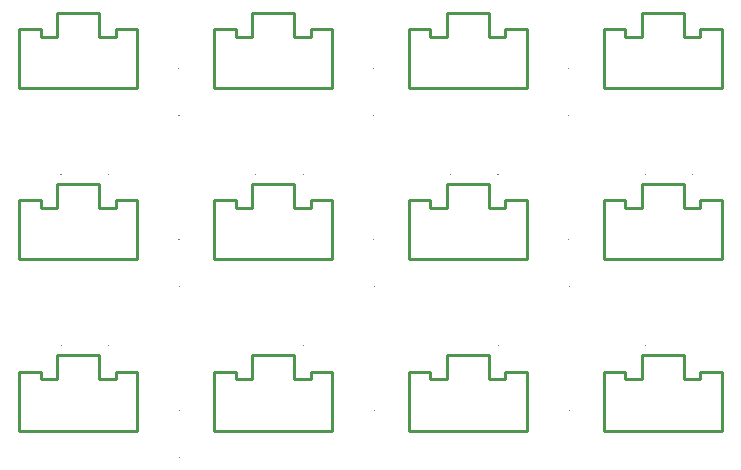
<source format=gbr>
%TF.GenerationSoftware,KiCad,Pcbnew,5.1.10-88a1d61d58~90~ubuntu20.04.1*%
%TF.CreationDate,2022-01-16T22:17:14+00:00*%
%TF.ProjectId,grove_adaptor_panel,67726f76-655f-4616-9461-70746f725f70,rev?*%
%TF.SameCoordinates,Original*%
%TF.FileFunction,OtherDrawing,Comment*%
%FSLAX46Y46*%
G04 Gerber Fmt 4.6, Leading zero omitted, Abs format (unit mm)*
G04 Created by KiCad (PCBNEW 5.1.10-88a1d61d58~90~ubuntu20.04.1) date 2022-01-16 22:17:14*
%MOMM*%
%LPD*%
G01*
G04 APERTURE LIST*
%ADD10C,0.050000*%
%ADD11C,0.254000*%
G04 APERTURE END LIST*
D10*
%TO.C,mouse-bite-2mm-slot*%
X188060000Y-112500000D02*
G75*
G03*
X188060000Y-112500000I-60000J0D01*
G01*
X188060000Y-108500000D02*
G75*
G03*
X188060000Y-108500000I-60000J0D01*
G01*
X227560000Y-117500000D02*
G75*
G03*
X227560000Y-117500000I-60000J0D01*
G01*
X231560000Y-117500000D02*
G75*
G03*
X231560000Y-117500000I-60000J0D01*
G01*
X211060000Y-117500000D02*
G75*
G03*
X211060000Y-117500000I-60000J0D01*
G01*
X215060000Y-117500000D02*
G75*
G03*
X215060000Y-117500000I-60000J0D01*
G01*
X194560000Y-117500000D02*
G75*
G03*
X194560000Y-117500000I-60000J0D01*
G01*
X198560000Y-117500000D02*
G75*
G03*
X198560000Y-117500000I-60000J0D01*
G01*
X178060000Y-117500000D02*
G75*
G03*
X178060000Y-117500000I-60000J0D01*
G01*
X182060000Y-117500000D02*
G75*
G03*
X182060000Y-117500000I-60000J0D01*
G01*
X227560000Y-103000000D02*
G75*
G03*
X227560000Y-103000000I-60000J0D01*
G01*
X231560000Y-103000000D02*
G75*
G03*
X231560000Y-103000000I-60000J0D01*
G01*
X211060000Y-103000000D02*
G75*
G03*
X211060000Y-103000000I-60000J0D01*
G01*
X215060000Y-103000000D02*
G75*
G03*
X215060000Y-103000000I-60000J0D01*
G01*
X194560000Y-103000000D02*
G75*
G03*
X194560000Y-103000000I-60000J0D01*
G01*
X198560000Y-103000000D02*
G75*
G03*
X198560000Y-103000000I-60000J0D01*
G01*
X221060000Y-127000000D02*
G75*
G03*
X221060000Y-127000000I-60000J0D01*
G01*
X221060000Y-123000000D02*
G75*
G03*
X221060000Y-123000000I-60000J0D01*
G01*
X204560000Y-127000000D02*
G75*
G03*
X204560000Y-127000000I-60000J0D01*
G01*
X204560000Y-123000000D02*
G75*
G03*
X204560000Y-123000000I-60000J0D01*
G01*
X188060000Y-127000000D02*
G75*
G03*
X188060000Y-127000000I-60000J0D01*
G01*
X188060000Y-123000000D02*
G75*
G03*
X188060000Y-123000000I-60000J0D01*
G01*
X221060000Y-112500000D02*
G75*
G03*
X221060000Y-112500000I-60000J0D01*
G01*
X221060000Y-108500000D02*
G75*
G03*
X221060000Y-108500000I-60000J0D01*
G01*
X204560000Y-112500000D02*
G75*
G03*
X204560000Y-112500000I-60000J0D01*
G01*
X204560000Y-108500000D02*
G75*
G03*
X204560000Y-108500000I-60000J0D01*
G01*
X221060000Y-98000000D02*
G75*
G03*
X221060000Y-98000000I-60000J0D01*
G01*
X221060000Y-94000000D02*
G75*
G03*
X221060000Y-94000000I-60000J0D01*
G01*
X204560000Y-98000000D02*
G75*
G03*
X204560000Y-98000000I-60000J0D01*
G01*
X204560000Y-94000000D02*
G75*
G03*
X204560000Y-94000000I-60000J0D01*
G01*
X188060000Y-98000000D02*
G75*
G03*
X188060000Y-98000000I-60000J0D01*
G01*
X188060000Y-94000000D02*
G75*
G03*
X188060000Y-94000000I-60000J0D01*
G01*
D11*
%TO.C,J2*%
X232175000Y-119706000D02*
X233953000Y-119706000D01*
X232175000Y-120341000D02*
X232175000Y-119706000D01*
X230778000Y-120341000D02*
X232175000Y-120341000D01*
X230778000Y-118309000D02*
X230778000Y-120341000D01*
X227222000Y-118309000D02*
X230778000Y-118309000D01*
X227222000Y-120341000D02*
X227222000Y-118309000D01*
X225825000Y-120341000D02*
X227222000Y-120341000D01*
X225825000Y-119706000D02*
X225825000Y-120341000D01*
X224047000Y-119706000D02*
X225825000Y-119706000D01*
X224000000Y-119700000D02*
X224000000Y-124700000D01*
X234000000Y-124700000D02*
X234000000Y-119700000D01*
X224000000Y-124700000D02*
X234000000Y-124700000D01*
X215675000Y-119706000D02*
X217453000Y-119706000D01*
X215675000Y-120341000D02*
X215675000Y-119706000D01*
X214278000Y-120341000D02*
X215675000Y-120341000D01*
X214278000Y-118309000D02*
X214278000Y-120341000D01*
X210722000Y-118309000D02*
X214278000Y-118309000D01*
X210722000Y-120341000D02*
X210722000Y-118309000D01*
X209325000Y-120341000D02*
X210722000Y-120341000D01*
X209325000Y-119706000D02*
X209325000Y-120341000D01*
X207547000Y-119706000D02*
X209325000Y-119706000D01*
X207500000Y-119700000D02*
X207500000Y-124700000D01*
X217500000Y-124700000D02*
X217500000Y-119700000D01*
X207500000Y-124700000D02*
X217500000Y-124700000D01*
X199175000Y-119706000D02*
X200953000Y-119706000D01*
X199175000Y-120341000D02*
X199175000Y-119706000D01*
X197778000Y-120341000D02*
X199175000Y-120341000D01*
X197778000Y-118309000D02*
X197778000Y-120341000D01*
X194222000Y-118309000D02*
X197778000Y-118309000D01*
X194222000Y-120341000D02*
X194222000Y-118309000D01*
X192825000Y-120341000D02*
X194222000Y-120341000D01*
X192825000Y-119706000D02*
X192825000Y-120341000D01*
X191047000Y-119706000D02*
X192825000Y-119706000D01*
X191000000Y-119700000D02*
X191000000Y-124700000D01*
X201000000Y-124700000D02*
X201000000Y-119700000D01*
X191000000Y-124700000D02*
X201000000Y-124700000D01*
X182675000Y-119706000D02*
X184453000Y-119706000D01*
X182675000Y-120341000D02*
X182675000Y-119706000D01*
X181278000Y-120341000D02*
X182675000Y-120341000D01*
X181278000Y-118309000D02*
X181278000Y-120341000D01*
X177722000Y-118309000D02*
X181278000Y-118309000D01*
X177722000Y-120341000D02*
X177722000Y-118309000D01*
X176325000Y-120341000D02*
X177722000Y-120341000D01*
X176325000Y-119706000D02*
X176325000Y-120341000D01*
X174547000Y-119706000D02*
X176325000Y-119706000D01*
X174500000Y-119700000D02*
X174500000Y-124700000D01*
X184500000Y-124700000D02*
X184500000Y-119700000D01*
X174500000Y-124700000D02*
X184500000Y-124700000D01*
X232175000Y-105206000D02*
X233953000Y-105206000D01*
X232175000Y-105841000D02*
X232175000Y-105206000D01*
X230778000Y-105841000D02*
X232175000Y-105841000D01*
X230778000Y-103809000D02*
X230778000Y-105841000D01*
X227222000Y-103809000D02*
X230778000Y-103809000D01*
X227222000Y-105841000D02*
X227222000Y-103809000D01*
X225825000Y-105841000D02*
X227222000Y-105841000D01*
X225825000Y-105206000D02*
X225825000Y-105841000D01*
X224047000Y-105206000D02*
X225825000Y-105206000D01*
X224000000Y-105200000D02*
X224000000Y-110200000D01*
X234000000Y-110200000D02*
X234000000Y-105200000D01*
X224000000Y-110200000D02*
X234000000Y-110200000D01*
X215675000Y-105206000D02*
X217453000Y-105206000D01*
X215675000Y-105841000D02*
X215675000Y-105206000D01*
X214278000Y-105841000D02*
X215675000Y-105841000D01*
X214278000Y-103809000D02*
X214278000Y-105841000D01*
X210722000Y-103809000D02*
X214278000Y-103809000D01*
X210722000Y-105841000D02*
X210722000Y-103809000D01*
X209325000Y-105841000D02*
X210722000Y-105841000D01*
X209325000Y-105206000D02*
X209325000Y-105841000D01*
X207547000Y-105206000D02*
X209325000Y-105206000D01*
X207500000Y-105200000D02*
X207500000Y-110200000D01*
X217500000Y-110200000D02*
X217500000Y-105200000D01*
X207500000Y-110200000D02*
X217500000Y-110200000D01*
X199175000Y-105206000D02*
X200953000Y-105206000D01*
X199175000Y-105841000D02*
X199175000Y-105206000D01*
X197778000Y-105841000D02*
X199175000Y-105841000D01*
X197778000Y-103809000D02*
X197778000Y-105841000D01*
X194222000Y-103809000D02*
X197778000Y-103809000D01*
X194222000Y-105841000D02*
X194222000Y-103809000D01*
X192825000Y-105841000D02*
X194222000Y-105841000D01*
X192825000Y-105206000D02*
X192825000Y-105841000D01*
X191047000Y-105206000D02*
X192825000Y-105206000D01*
X191000000Y-105200000D02*
X191000000Y-110200000D01*
X201000000Y-110200000D02*
X201000000Y-105200000D01*
X191000000Y-110200000D02*
X201000000Y-110200000D01*
X182675000Y-105206000D02*
X184453000Y-105206000D01*
X182675000Y-105841000D02*
X182675000Y-105206000D01*
X181278000Y-105841000D02*
X182675000Y-105841000D01*
X181278000Y-103809000D02*
X181278000Y-105841000D01*
X177722000Y-103809000D02*
X181278000Y-103809000D01*
X177722000Y-105841000D02*
X177722000Y-103809000D01*
X176325000Y-105841000D02*
X177722000Y-105841000D01*
X176325000Y-105206000D02*
X176325000Y-105841000D01*
X174547000Y-105206000D02*
X176325000Y-105206000D01*
X174500000Y-105200000D02*
X174500000Y-110200000D01*
X184500000Y-110200000D02*
X184500000Y-105200000D01*
X174500000Y-110200000D02*
X184500000Y-110200000D01*
X232175000Y-90706000D02*
X233953000Y-90706000D01*
X232175000Y-91341000D02*
X232175000Y-90706000D01*
X230778000Y-91341000D02*
X232175000Y-91341000D01*
X230778000Y-89309000D02*
X230778000Y-91341000D01*
X227222000Y-89309000D02*
X230778000Y-89309000D01*
X227222000Y-91341000D02*
X227222000Y-89309000D01*
X225825000Y-91341000D02*
X227222000Y-91341000D01*
X225825000Y-90706000D02*
X225825000Y-91341000D01*
X224047000Y-90706000D02*
X225825000Y-90706000D01*
X224000000Y-90700000D02*
X224000000Y-95700000D01*
X234000000Y-95700000D02*
X234000000Y-90700000D01*
X224000000Y-95700000D02*
X234000000Y-95700000D01*
X215675000Y-90706000D02*
X217453000Y-90706000D01*
X215675000Y-91341000D02*
X215675000Y-90706000D01*
X214278000Y-91341000D02*
X215675000Y-91341000D01*
X214278000Y-89309000D02*
X214278000Y-91341000D01*
X210722000Y-89309000D02*
X214278000Y-89309000D01*
X210722000Y-91341000D02*
X210722000Y-89309000D01*
X209325000Y-91341000D02*
X210722000Y-91341000D01*
X209325000Y-90706000D02*
X209325000Y-91341000D01*
X207547000Y-90706000D02*
X209325000Y-90706000D01*
X207500000Y-90700000D02*
X207500000Y-95700000D01*
X217500000Y-95700000D02*
X217500000Y-90700000D01*
X207500000Y-95700000D02*
X217500000Y-95700000D01*
X199175000Y-90706000D02*
X200953000Y-90706000D01*
X199175000Y-91341000D02*
X199175000Y-90706000D01*
X197778000Y-91341000D02*
X199175000Y-91341000D01*
X197778000Y-89309000D02*
X197778000Y-91341000D01*
X194222000Y-89309000D02*
X197778000Y-89309000D01*
X194222000Y-91341000D02*
X194222000Y-89309000D01*
X192825000Y-91341000D02*
X194222000Y-91341000D01*
X192825000Y-90706000D02*
X192825000Y-91341000D01*
X191047000Y-90706000D02*
X192825000Y-90706000D01*
X191000000Y-90700000D02*
X191000000Y-95700000D01*
X201000000Y-95700000D02*
X201000000Y-90700000D01*
X191000000Y-95700000D02*
X201000000Y-95700000D01*
D10*
%TO.C,mouse-bite-2mm-slot*%
X178060000Y-103000000D02*
G75*
G03*
X178060000Y-103000000I-60000J0D01*
G01*
X182060000Y-103000000D02*
G75*
G03*
X182060000Y-103000000I-60000J0D01*
G01*
D11*
%TO.C,J2*%
X182675000Y-90706000D02*
X184453000Y-90706000D01*
X182675000Y-91341000D02*
X182675000Y-90706000D01*
X181278000Y-91341000D02*
X182675000Y-91341000D01*
X181278000Y-89309000D02*
X181278000Y-91341000D01*
X177722000Y-89309000D02*
X181278000Y-89309000D01*
X177722000Y-91341000D02*
X177722000Y-89309000D01*
X176325000Y-91341000D02*
X177722000Y-91341000D01*
X176325000Y-90706000D02*
X176325000Y-91341000D01*
X174547000Y-90706000D02*
X176325000Y-90706000D01*
X174500000Y-90700000D02*
X174500000Y-95700000D01*
X184500000Y-95700000D02*
X184500000Y-90700000D01*
X174500000Y-95700000D02*
X184500000Y-95700000D01*
%TD*%
M02*

</source>
